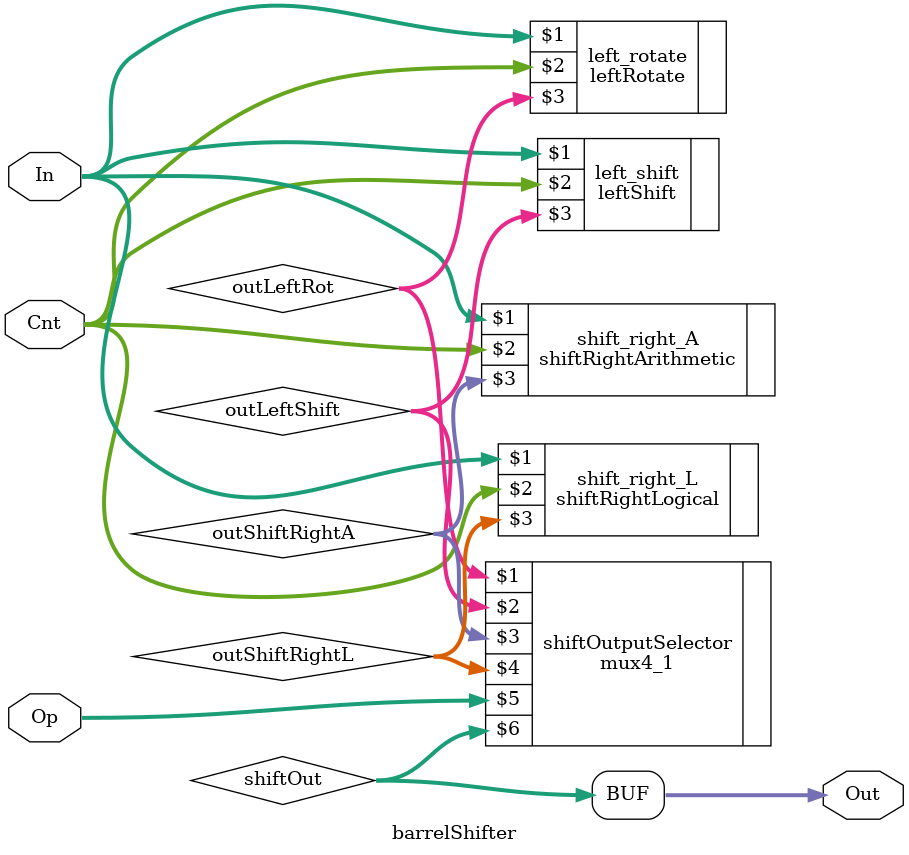
<source format=v>
/*
CS/ECE 552 Spring '19
Homework #4, Problem 1

A barrel shifter module.  It is designed to shift a number via rotate
left, shift left, shift right arithmetic, or shift right logical based
on the Op() value that is passed in (2 bit number).  It uses these
shifts to shift the value any number of bits between 0 and 15 bits.
*/
module barrelShifter (In, Cnt, Op, Out);

	// declare constant for size of inputs, outputs (N) and # bits to shift (C)
	parameter   N = 16;
	parameter   C = 4;
	parameter   O = 2;

	input [N-1:0]   In;
	input [C-1:0]   Cnt;
	input [1:0]     Op;
	output [N-1:0]  Out;
	wire [N-1 : 0] shiftOut;
	
	/*
	ROTATE_LEFT = 2'b00;
    SHIFT_LEFT = 2'b01;
    SHIFT_RIGHT_ARITH = 2'b10;
    SHIFT_RIGHT_LOGICAL = 2'b11;
	*/
	
	// wires for outputs of shift modules
	wire [N-1:0] outLeftRot, outLeftShift, outShiftRightA, outShiftRightL;

	// instantiate modules for all the shift operations
	leftRotate 					left_rotate		(In,Cnt,outLeftRot);
	leftShift 					left_shift		(In,Cnt,outLeftShift);
	shiftRightArithmetic 		shift_right_A	(In,Cnt,outShiftRightA); 
	shiftRightLogical 			shift_right_L	(In,Cnt,outShiftRightL);
	
	// Use a 4 to 1 mux to select between different shift operations
	mux4_1 shiftOutputSelector (outLeftRot, outLeftShift, outShiftRightA, outShiftRightL, Op, shiftOut);

	assign Out = shiftOut;
endmodule

</source>
